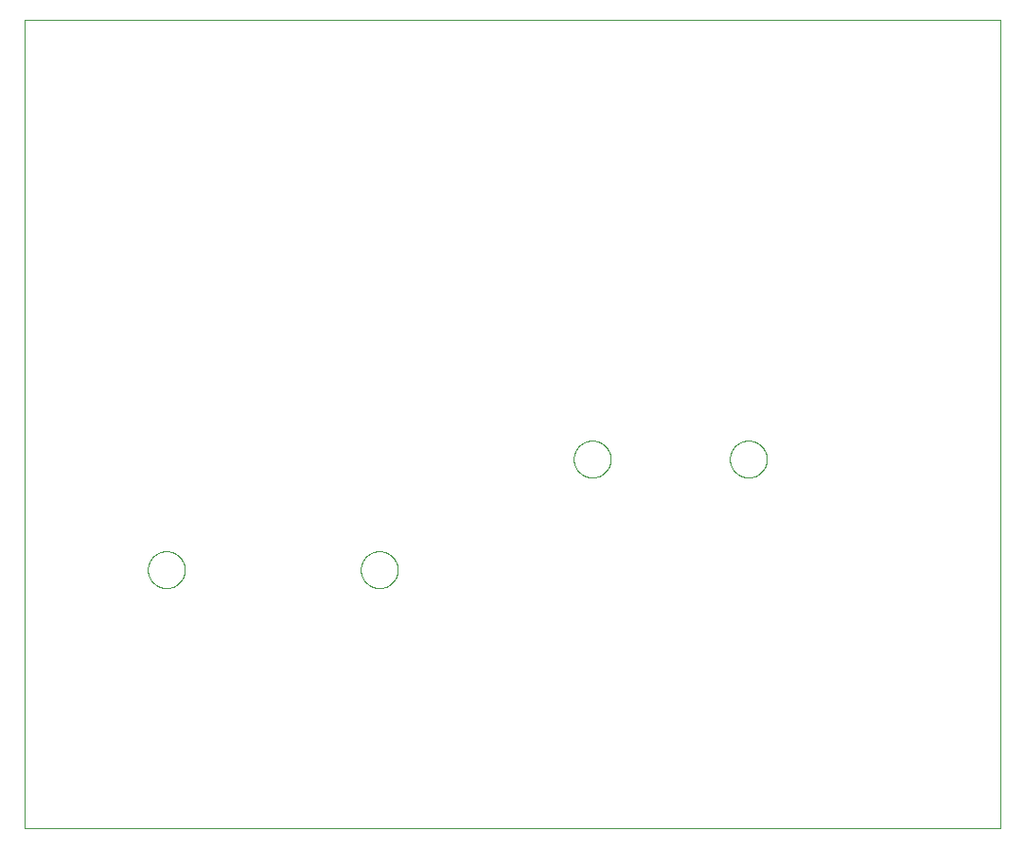
<source format=gbp>
G75*
%MOIN*%
%OFA0B0*%
%FSLAX25Y25*%
%IPPOS*%
%LPD*%
%AMOC8*
5,1,8,0,0,1.08239X$1,22.5*
%
%ADD10C,0.00000*%
D10*
X0011800Y0011800D02*
X0011800Y0296761D01*
X0355501Y0296761D01*
X0355501Y0011800D01*
X0011800Y0011800D01*
X0055300Y0102800D02*
X0055302Y0102961D01*
X0055308Y0103121D01*
X0055318Y0103282D01*
X0055332Y0103442D01*
X0055350Y0103602D01*
X0055371Y0103761D01*
X0055397Y0103920D01*
X0055427Y0104078D01*
X0055460Y0104235D01*
X0055498Y0104392D01*
X0055539Y0104547D01*
X0055584Y0104701D01*
X0055633Y0104854D01*
X0055686Y0105006D01*
X0055742Y0105157D01*
X0055803Y0105306D01*
X0055866Y0105454D01*
X0055934Y0105600D01*
X0056005Y0105744D01*
X0056079Y0105886D01*
X0056157Y0106027D01*
X0056239Y0106165D01*
X0056324Y0106302D01*
X0056412Y0106436D01*
X0056504Y0106568D01*
X0056599Y0106698D01*
X0056697Y0106826D01*
X0056798Y0106951D01*
X0056902Y0107073D01*
X0057009Y0107193D01*
X0057119Y0107310D01*
X0057232Y0107425D01*
X0057348Y0107536D01*
X0057467Y0107645D01*
X0057588Y0107750D01*
X0057712Y0107853D01*
X0057838Y0107953D01*
X0057966Y0108049D01*
X0058097Y0108142D01*
X0058231Y0108232D01*
X0058366Y0108319D01*
X0058504Y0108402D01*
X0058643Y0108482D01*
X0058785Y0108558D01*
X0058928Y0108631D01*
X0059073Y0108700D01*
X0059220Y0108766D01*
X0059368Y0108828D01*
X0059518Y0108886D01*
X0059669Y0108941D01*
X0059822Y0108992D01*
X0059976Y0109039D01*
X0060131Y0109082D01*
X0060287Y0109121D01*
X0060443Y0109157D01*
X0060601Y0109188D01*
X0060759Y0109216D01*
X0060918Y0109240D01*
X0061078Y0109260D01*
X0061238Y0109276D01*
X0061398Y0109288D01*
X0061559Y0109296D01*
X0061720Y0109300D01*
X0061880Y0109300D01*
X0062041Y0109296D01*
X0062202Y0109288D01*
X0062362Y0109276D01*
X0062522Y0109260D01*
X0062682Y0109240D01*
X0062841Y0109216D01*
X0062999Y0109188D01*
X0063157Y0109157D01*
X0063313Y0109121D01*
X0063469Y0109082D01*
X0063624Y0109039D01*
X0063778Y0108992D01*
X0063931Y0108941D01*
X0064082Y0108886D01*
X0064232Y0108828D01*
X0064380Y0108766D01*
X0064527Y0108700D01*
X0064672Y0108631D01*
X0064815Y0108558D01*
X0064957Y0108482D01*
X0065096Y0108402D01*
X0065234Y0108319D01*
X0065369Y0108232D01*
X0065503Y0108142D01*
X0065634Y0108049D01*
X0065762Y0107953D01*
X0065888Y0107853D01*
X0066012Y0107750D01*
X0066133Y0107645D01*
X0066252Y0107536D01*
X0066368Y0107425D01*
X0066481Y0107310D01*
X0066591Y0107193D01*
X0066698Y0107073D01*
X0066802Y0106951D01*
X0066903Y0106826D01*
X0067001Y0106698D01*
X0067096Y0106568D01*
X0067188Y0106436D01*
X0067276Y0106302D01*
X0067361Y0106165D01*
X0067443Y0106027D01*
X0067521Y0105886D01*
X0067595Y0105744D01*
X0067666Y0105600D01*
X0067734Y0105454D01*
X0067797Y0105306D01*
X0067858Y0105157D01*
X0067914Y0105006D01*
X0067967Y0104854D01*
X0068016Y0104701D01*
X0068061Y0104547D01*
X0068102Y0104392D01*
X0068140Y0104235D01*
X0068173Y0104078D01*
X0068203Y0103920D01*
X0068229Y0103761D01*
X0068250Y0103602D01*
X0068268Y0103442D01*
X0068282Y0103282D01*
X0068292Y0103121D01*
X0068298Y0102961D01*
X0068300Y0102800D01*
X0068298Y0102639D01*
X0068292Y0102479D01*
X0068282Y0102318D01*
X0068268Y0102158D01*
X0068250Y0101998D01*
X0068229Y0101839D01*
X0068203Y0101680D01*
X0068173Y0101522D01*
X0068140Y0101365D01*
X0068102Y0101208D01*
X0068061Y0101053D01*
X0068016Y0100899D01*
X0067967Y0100746D01*
X0067914Y0100594D01*
X0067858Y0100443D01*
X0067797Y0100294D01*
X0067734Y0100146D01*
X0067666Y0100000D01*
X0067595Y0099856D01*
X0067521Y0099714D01*
X0067443Y0099573D01*
X0067361Y0099435D01*
X0067276Y0099298D01*
X0067188Y0099164D01*
X0067096Y0099032D01*
X0067001Y0098902D01*
X0066903Y0098774D01*
X0066802Y0098649D01*
X0066698Y0098527D01*
X0066591Y0098407D01*
X0066481Y0098290D01*
X0066368Y0098175D01*
X0066252Y0098064D01*
X0066133Y0097955D01*
X0066012Y0097850D01*
X0065888Y0097747D01*
X0065762Y0097647D01*
X0065634Y0097551D01*
X0065503Y0097458D01*
X0065369Y0097368D01*
X0065234Y0097281D01*
X0065096Y0097198D01*
X0064957Y0097118D01*
X0064815Y0097042D01*
X0064672Y0096969D01*
X0064527Y0096900D01*
X0064380Y0096834D01*
X0064232Y0096772D01*
X0064082Y0096714D01*
X0063931Y0096659D01*
X0063778Y0096608D01*
X0063624Y0096561D01*
X0063469Y0096518D01*
X0063313Y0096479D01*
X0063157Y0096443D01*
X0062999Y0096412D01*
X0062841Y0096384D01*
X0062682Y0096360D01*
X0062522Y0096340D01*
X0062362Y0096324D01*
X0062202Y0096312D01*
X0062041Y0096304D01*
X0061880Y0096300D01*
X0061720Y0096300D01*
X0061559Y0096304D01*
X0061398Y0096312D01*
X0061238Y0096324D01*
X0061078Y0096340D01*
X0060918Y0096360D01*
X0060759Y0096384D01*
X0060601Y0096412D01*
X0060443Y0096443D01*
X0060287Y0096479D01*
X0060131Y0096518D01*
X0059976Y0096561D01*
X0059822Y0096608D01*
X0059669Y0096659D01*
X0059518Y0096714D01*
X0059368Y0096772D01*
X0059220Y0096834D01*
X0059073Y0096900D01*
X0058928Y0096969D01*
X0058785Y0097042D01*
X0058643Y0097118D01*
X0058504Y0097198D01*
X0058366Y0097281D01*
X0058231Y0097368D01*
X0058097Y0097458D01*
X0057966Y0097551D01*
X0057838Y0097647D01*
X0057712Y0097747D01*
X0057588Y0097850D01*
X0057467Y0097955D01*
X0057348Y0098064D01*
X0057232Y0098175D01*
X0057119Y0098290D01*
X0057009Y0098407D01*
X0056902Y0098527D01*
X0056798Y0098649D01*
X0056697Y0098774D01*
X0056599Y0098902D01*
X0056504Y0099032D01*
X0056412Y0099164D01*
X0056324Y0099298D01*
X0056239Y0099435D01*
X0056157Y0099573D01*
X0056079Y0099714D01*
X0056005Y0099856D01*
X0055934Y0100000D01*
X0055866Y0100146D01*
X0055803Y0100294D01*
X0055742Y0100443D01*
X0055686Y0100594D01*
X0055633Y0100746D01*
X0055584Y0100899D01*
X0055539Y0101053D01*
X0055498Y0101208D01*
X0055460Y0101365D01*
X0055427Y0101522D01*
X0055397Y0101680D01*
X0055371Y0101839D01*
X0055350Y0101998D01*
X0055332Y0102158D01*
X0055318Y0102318D01*
X0055308Y0102479D01*
X0055302Y0102639D01*
X0055300Y0102800D01*
X0130300Y0102800D02*
X0130302Y0102961D01*
X0130308Y0103121D01*
X0130318Y0103282D01*
X0130332Y0103442D01*
X0130350Y0103602D01*
X0130371Y0103761D01*
X0130397Y0103920D01*
X0130427Y0104078D01*
X0130460Y0104235D01*
X0130498Y0104392D01*
X0130539Y0104547D01*
X0130584Y0104701D01*
X0130633Y0104854D01*
X0130686Y0105006D01*
X0130742Y0105157D01*
X0130803Y0105306D01*
X0130866Y0105454D01*
X0130934Y0105600D01*
X0131005Y0105744D01*
X0131079Y0105886D01*
X0131157Y0106027D01*
X0131239Y0106165D01*
X0131324Y0106302D01*
X0131412Y0106436D01*
X0131504Y0106568D01*
X0131599Y0106698D01*
X0131697Y0106826D01*
X0131798Y0106951D01*
X0131902Y0107073D01*
X0132009Y0107193D01*
X0132119Y0107310D01*
X0132232Y0107425D01*
X0132348Y0107536D01*
X0132467Y0107645D01*
X0132588Y0107750D01*
X0132712Y0107853D01*
X0132838Y0107953D01*
X0132966Y0108049D01*
X0133097Y0108142D01*
X0133231Y0108232D01*
X0133366Y0108319D01*
X0133504Y0108402D01*
X0133643Y0108482D01*
X0133785Y0108558D01*
X0133928Y0108631D01*
X0134073Y0108700D01*
X0134220Y0108766D01*
X0134368Y0108828D01*
X0134518Y0108886D01*
X0134669Y0108941D01*
X0134822Y0108992D01*
X0134976Y0109039D01*
X0135131Y0109082D01*
X0135287Y0109121D01*
X0135443Y0109157D01*
X0135601Y0109188D01*
X0135759Y0109216D01*
X0135918Y0109240D01*
X0136078Y0109260D01*
X0136238Y0109276D01*
X0136398Y0109288D01*
X0136559Y0109296D01*
X0136720Y0109300D01*
X0136880Y0109300D01*
X0137041Y0109296D01*
X0137202Y0109288D01*
X0137362Y0109276D01*
X0137522Y0109260D01*
X0137682Y0109240D01*
X0137841Y0109216D01*
X0137999Y0109188D01*
X0138157Y0109157D01*
X0138313Y0109121D01*
X0138469Y0109082D01*
X0138624Y0109039D01*
X0138778Y0108992D01*
X0138931Y0108941D01*
X0139082Y0108886D01*
X0139232Y0108828D01*
X0139380Y0108766D01*
X0139527Y0108700D01*
X0139672Y0108631D01*
X0139815Y0108558D01*
X0139957Y0108482D01*
X0140096Y0108402D01*
X0140234Y0108319D01*
X0140369Y0108232D01*
X0140503Y0108142D01*
X0140634Y0108049D01*
X0140762Y0107953D01*
X0140888Y0107853D01*
X0141012Y0107750D01*
X0141133Y0107645D01*
X0141252Y0107536D01*
X0141368Y0107425D01*
X0141481Y0107310D01*
X0141591Y0107193D01*
X0141698Y0107073D01*
X0141802Y0106951D01*
X0141903Y0106826D01*
X0142001Y0106698D01*
X0142096Y0106568D01*
X0142188Y0106436D01*
X0142276Y0106302D01*
X0142361Y0106165D01*
X0142443Y0106027D01*
X0142521Y0105886D01*
X0142595Y0105744D01*
X0142666Y0105600D01*
X0142734Y0105454D01*
X0142797Y0105306D01*
X0142858Y0105157D01*
X0142914Y0105006D01*
X0142967Y0104854D01*
X0143016Y0104701D01*
X0143061Y0104547D01*
X0143102Y0104392D01*
X0143140Y0104235D01*
X0143173Y0104078D01*
X0143203Y0103920D01*
X0143229Y0103761D01*
X0143250Y0103602D01*
X0143268Y0103442D01*
X0143282Y0103282D01*
X0143292Y0103121D01*
X0143298Y0102961D01*
X0143300Y0102800D01*
X0143298Y0102639D01*
X0143292Y0102479D01*
X0143282Y0102318D01*
X0143268Y0102158D01*
X0143250Y0101998D01*
X0143229Y0101839D01*
X0143203Y0101680D01*
X0143173Y0101522D01*
X0143140Y0101365D01*
X0143102Y0101208D01*
X0143061Y0101053D01*
X0143016Y0100899D01*
X0142967Y0100746D01*
X0142914Y0100594D01*
X0142858Y0100443D01*
X0142797Y0100294D01*
X0142734Y0100146D01*
X0142666Y0100000D01*
X0142595Y0099856D01*
X0142521Y0099714D01*
X0142443Y0099573D01*
X0142361Y0099435D01*
X0142276Y0099298D01*
X0142188Y0099164D01*
X0142096Y0099032D01*
X0142001Y0098902D01*
X0141903Y0098774D01*
X0141802Y0098649D01*
X0141698Y0098527D01*
X0141591Y0098407D01*
X0141481Y0098290D01*
X0141368Y0098175D01*
X0141252Y0098064D01*
X0141133Y0097955D01*
X0141012Y0097850D01*
X0140888Y0097747D01*
X0140762Y0097647D01*
X0140634Y0097551D01*
X0140503Y0097458D01*
X0140369Y0097368D01*
X0140234Y0097281D01*
X0140096Y0097198D01*
X0139957Y0097118D01*
X0139815Y0097042D01*
X0139672Y0096969D01*
X0139527Y0096900D01*
X0139380Y0096834D01*
X0139232Y0096772D01*
X0139082Y0096714D01*
X0138931Y0096659D01*
X0138778Y0096608D01*
X0138624Y0096561D01*
X0138469Y0096518D01*
X0138313Y0096479D01*
X0138157Y0096443D01*
X0137999Y0096412D01*
X0137841Y0096384D01*
X0137682Y0096360D01*
X0137522Y0096340D01*
X0137362Y0096324D01*
X0137202Y0096312D01*
X0137041Y0096304D01*
X0136880Y0096300D01*
X0136720Y0096300D01*
X0136559Y0096304D01*
X0136398Y0096312D01*
X0136238Y0096324D01*
X0136078Y0096340D01*
X0135918Y0096360D01*
X0135759Y0096384D01*
X0135601Y0096412D01*
X0135443Y0096443D01*
X0135287Y0096479D01*
X0135131Y0096518D01*
X0134976Y0096561D01*
X0134822Y0096608D01*
X0134669Y0096659D01*
X0134518Y0096714D01*
X0134368Y0096772D01*
X0134220Y0096834D01*
X0134073Y0096900D01*
X0133928Y0096969D01*
X0133785Y0097042D01*
X0133643Y0097118D01*
X0133504Y0097198D01*
X0133366Y0097281D01*
X0133231Y0097368D01*
X0133097Y0097458D01*
X0132966Y0097551D01*
X0132838Y0097647D01*
X0132712Y0097747D01*
X0132588Y0097850D01*
X0132467Y0097955D01*
X0132348Y0098064D01*
X0132232Y0098175D01*
X0132119Y0098290D01*
X0132009Y0098407D01*
X0131902Y0098527D01*
X0131798Y0098649D01*
X0131697Y0098774D01*
X0131599Y0098902D01*
X0131504Y0099032D01*
X0131412Y0099164D01*
X0131324Y0099298D01*
X0131239Y0099435D01*
X0131157Y0099573D01*
X0131079Y0099714D01*
X0131005Y0099856D01*
X0130934Y0100000D01*
X0130866Y0100146D01*
X0130803Y0100294D01*
X0130742Y0100443D01*
X0130686Y0100594D01*
X0130633Y0100746D01*
X0130584Y0100899D01*
X0130539Y0101053D01*
X0130498Y0101208D01*
X0130460Y0101365D01*
X0130427Y0101522D01*
X0130397Y0101680D01*
X0130371Y0101839D01*
X0130350Y0101998D01*
X0130332Y0102158D01*
X0130318Y0102318D01*
X0130308Y0102479D01*
X0130302Y0102639D01*
X0130300Y0102800D01*
X0205300Y0141800D02*
X0205302Y0141961D01*
X0205308Y0142121D01*
X0205318Y0142282D01*
X0205332Y0142442D01*
X0205350Y0142602D01*
X0205371Y0142761D01*
X0205397Y0142920D01*
X0205427Y0143078D01*
X0205460Y0143235D01*
X0205498Y0143392D01*
X0205539Y0143547D01*
X0205584Y0143701D01*
X0205633Y0143854D01*
X0205686Y0144006D01*
X0205742Y0144157D01*
X0205803Y0144306D01*
X0205866Y0144454D01*
X0205934Y0144600D01*
X0206005Y0144744D01*
X0206079Y0144886D01*
X0206157Y0145027D01*
X0206239Y0145165D01*
X0206324Y0145302D01*
X0206412Y0145436D01*
X0206504Y0145568D01*
X0206599Y0145698D01*
X0206697Y0145826D01*
X0206798Y0145951D01*
X0206902Y0146073D01*
X0207009Y0146193D01*
X0207119Y0146310D01*
X0207232Y0146425D01*
X0207348Y0146536D01*
X0207467Y0146645D01*
X0207588Y0146750D01*
X0207712Y0146853D01*
X0207838Y0146953D01*
X0207966Y0147049D01*
X0208097Y0147142D01*
X0208231Y0147232D01*
X0208366Y0147319D01*
X0208504Y0147402D01*
X0208643Y0147482D01*
X0208785Y0147558D01*
X0208928Y0147631D01*
X0209073Y0147700D01*
X0209220Y0147766D01*
X0209368Y0147828D01*
X0209518Y0147886D01*
X0209669Y0147941D01*
X0209822Y0147992D01*
X0209976Y0148039D01*
X0210131Y0148082D01*
X0210287Y0148121D01*
X0210443Y0148157D01*
X0210601Y0148188D01*
X0210759Y0148216D01*
X0210918Y0148240D01*
X0211078Y0148260D01*
X0211238Y0148276D01*
X0211398Y0148288D01*
X0211559Y0148296D01*
X0211720Y0148300D01*
X0211880Y0148300D01*
X0212041Y0148296D01*
X0212202Y0148288D01*
X0212362Y0148276D01*
X0212522Y0148260D01*
X0212682Y0148240D01*
X0212841Y0148216D01*
X0212999Y0148188D01*
X0213157Y0148157D01*
X0213313Y0148121D01*
X0213469Y0148082D01*
X0213624Y0148039D01*
X0213778Y0147992D01*
X0213931Y0147941D01*
X0214082Y0147886D01*
X0214232Y0147828D01*
X0214380Y0147766D01*
X0214527Y0147700D01*
X0214672Y0147631D01*
X0214815Y0147558D01*
X0214957Y0147482D01*
X0215096Y0147402D01*
X0215234Y0147319D01*
X0215369Y0147232D01*
X0215503Y0147142D01*
X0215634Y0147049D01*
X0215762Y0146953D01*
X0215888Y0146853D01*
X0216012Y0146750D01*
X0216133Y0146645D01*
X0216252Y0146536D01*
X0216368Y0146425D01*
X0216481Y0146310D01*
X0216591Y0146193D01*
X0216698Y0146073D01*
X0216802Y0145951D01*
X0216903Y0145826D01*
X0217001Y0145698D01*
X0217096Y0145568D01*
X0217188Y0145436D01*
X0217276Y0145302D01*
X0217361Y0145165D01*
X0217443Y0145027D01*
X0217521Y0144886D01*
X0217595Y0144744D01*
X0217666Y0144600D01*
X0217734Y0144454D01*
X0217797Y0144306D01*
X0217858Y0144157D01*
X0217914Y0144006D01*
X0217967Y0143854D01*
X0218016Y0143701D01*
X0218061Y0143547D01*
X0218102Y0143392D01*
X0218140Y0143235D01*
X0218173Y0143078D01*
X0218203Y0142920D01*
X0218229Y0142761D01*
X0218250Y0142602D01*
X0218268Y0142442D01*
X0218282Y0142282D01*
X0218292Y0142121D01*
X0218298Y0141961D01*
X0218300Y0141800D01*
X0218298Y0141639D01*
X0218292Y0141479D01*
X0218282Y0141318D01*
X0218268Y0141158D01*
X0218250Y0140998D01*
X0218229Y0140839D01*
X0218203Y0140680D01*
X0218173Y0140522D01*
X0218140Y0140365D01*
X0218102Y0140208D01*
X0218061Y0140053D01*
X0218016Y0139899D01*
X0217967Y0139746D01*
X0217914Y0139594D01*
X0217858Y0139443D01*
X0217797Y0139294D01*
X0217734Y0139146D01*
X0217666Y0139000D01*
X0217595Y0138856D01*
X0217521Y0138714D01*
X0217443Y0138573D01*
X0217361Y0138435D01*
X0217276Y0138298D01*
X0217188Y0138164D01*
X0217096Y0138032D01*
X0217001Y0137902D01*
X0216903Y0137774D01*
X0216802Y0137649D01*
X0216698Y0137527D01*
X0216591Y0137407D01*
X0216481Y0137290D01*
X0216368Y0137175D01*
X0216252Y0137064D01*
X0216133Y0136955D01*
X0216012Y0136850D01*
X0215888Y0136747D01*
X0215762Y0136647D01*
X0215634Y0136551D01*
X0215503Y0136458D01*
X0215369Y0136368D01*
X0215234Y0136281D01*
X0215096Y0136198D01*
X0214957Y0136118D01*
X0214815Y0136042D01*
X0214672Y0135969D01*
X0214527Y0135900D01*
X0214380Y0135834D01*
X0214232Y0135772D01*
X0214082Y0135714D01*
X0213931Y0135659D01*
X0213778Y0135608D01*
X0213624Y0135561D01*
X0213469Y0135518D01*
X0213313Y0135479D01*
X0213157Y0135443D01*
X0212999Y0135412D01*
X0212841Y0135384D01*
X0212682Y0135360D01*
X0212522Y0135340D01*
X0212362Y0135324D01*
X0212202Y0135312D01*
X0212041Y0135304D01*
X0211880Y0135300D01*
X0211720Y0135300D01*
X0211559Y0135304D01*
X0211398Y0135312D01*
X0211238Y0135324D01*
X0211078Y0135340D01*
X0210918Y0135360D01*
X0210759Y0135384D01*
X0210601Y0135412D01*
X0210443Y0135443D01*
X0210287Y0135479D01*
X0210131Y0135518D01*
X0209976Y0135561D01*
X0209822Y0135608D01*
X0209669Y0135659D01*
X0209518Y0135714D01*
X0209368Y0135772D01*
X0209220Y0135834D01*
X0209073Y0135900D01*
X0208928Y0135969D01*
X0208785Y0136042D01*
X0208643Y0136118D01*
X0208504Y0136198D01*
X0208366Y0136281D01*
X0208231Y0136368D01*
X0208097Y0136458D01*
X0207966Y0136551D01*
X0207838Y0136647D01*
X0207712Y0136747D01*
X0207588Y0136850D01*
X0207467Y0136955D01*
X0207348Y0137064D01*
X0207232Y0137175D01*
X0207119Y0137290D01*
X0207009Y0137407D01*
X0206902Y0137527D01*
X0206798Y0137649D01*
X0206697Y0137774D01*
X0206599Y0137902D01*
X0206504Y0138032D01*
X0206412Y0138164D01*
X0206324Y0138298D01*
X0206239Y0138435D01*
X0206157Y0138573D01*
X0206079Y0138714D01*
X0206005Y0138856D01*
X0205934Y0139000D01*
X0205866Y0139146D01*
X0205803Y0139294D01*
X0205742Y0139443D01*
X0205686Y0139594D01*
X0205633Y0139746D01*
X0205584Y0139899D01*
X0205539Y0140053D01*
X0205498Y0140208D01*
X0205460Y0140365D01*
X0205427Y0140522D01*
X0205397Y0140680D01*
X0205371Y0140839D01*
X0205350Y0140998D01*
X0205332Y0141158D01*
X0205318Y0141318D01*
X0205308Y0141479D01*
X0205302Y0141639D01*
X0205300Y0141800D01*
X0260300Y0141800D02*
X0260302Y0141961D01*
X0260308Y0142121D01*
X0260318Y0142282D01*
X0260332Y0142442D01*
X0260350Y0142602D01*
X0260371Y0142761D01*
X0260397Y0142920D01*
X0260427Y0143078D01*
X0260460Y0143235D01*
X0260498Y0143392D01*
X0260539Y0143547D01*
X0260584Y0143701D01*
X0260633Y0143854D01*
X0260686Y0144006D01*
X0260742Y0144157D01*
X0260803Y0144306D01*
X0260866Y0144454D01*
X0260934Y0144600D01*
X0261005Y0144744D01*
X0261079Y0144886D01*
X0261157Y0145027D01*
X0261239Y0145165D01*
X0261324Y0145302D01*
X0261412Y0145436D01*
X0261504Y0145568D01*
X0261599Y0145698D01*
X0261697Y0145826D01*
X0261798Y0145951D01*
X0261902Y0146073D01*
X0262009Y0146193D01*
X0262119Y0146310D01*
X0262232Y0146425D01*
X0262348Y0146536D01*
X0262467Y0146645D01*
X0262588Y0146750D01*
X0262712Y0146853D01*
X0262838Y0146953D01*
X0262966Y0147049D01*
X0263097Y0147142D01*
X0263231Y0147232D01*
X0263366Y0147319D01*
X0263504Y0147402D01*
X0263643Y0147482D01*
X0263785Y0147558D01*
X0263928Y0147631D01*
X0264073Y0147700D01*
X0264220Y0147766D01*
X0264368Y0147828D01*
X0264518Y0147886D01*
X0264669Y0147941D01*
X0264822Y0147992D01*
X0264976Y0148039D01*
X0265131Y0148082D01*
X0265287Y0148121D01*
X0265443Y0148157D01*
X0265601Y0148188D01*
X0265759Y0148216D01*
X0265918Y0148240D01*
X0266078Y0148260D01*
X0266238Y0148276D01*
X0266398Y0148288D01*
X0266559Y0148296D01*
X0266720Y0148300D01*
X0266880Y0148300D01*
X0267041Y0148296D01*
X0267202Y0148288D01*
X0267362Y0148276D01*
X0267522Y0148260D01*
X0267682Y0148240D01*
X0267841Y0148216D01*
X0267999Y0148188D01*
X0268157Y0148157D01*
X0268313Y0148121D01*
X0268469Y0148082D01*
X0268624Y0148039D01*
X0268778Y0147992D01*
X0268931Y0147941D01*
X0269082Y0147886D01*
X0269232Y0147828D01*
X0269380Y0147766D01*
X0269527Y0147700D01*
X0269672Y0147631D01*
X0269815Y0147558D01*
X0269957Y0147482D01*
X0270096Y0147402D01*
X0270234Y0147319D01*
X0270369Y0147232D01*
X0270503Y0147142D01*
X0270634Y0147049D01*
X0270762Y0146953D01*
X0270888Y0146853D01*
X0271012Y0146750D01*
X0271133Y0146645D01*
X0271252Y0146536D01*
X0271368Y0146425D01*
X0271481Y0146310D01*
X0271591Y0146193D01*
X0271698Y0146073D01*
X0271802Y0145951D01*
X0271903Y0145826D01*
X0272001Y0145698D01*
X0272096Y0145568D01*
X0272188Y0145436D01*
X0272276Y0145302D01*
X0272361Y0145165D01*
X0272443Y0145027D01*
X0272521Y0144886D01*
X0272595Y0144744D01*
X0272666Y0144600D01*
X0272734Y0144454D01*
X0272797Y0144306D01*
X0272858Y0144157D01*
X0272914Y0144006D01*
X0272967Y0143854D01*
X0273016Y0143701D01*
X0273061Y0143547D01*
X0273102Y0143392D01*
X0273140Y0143235D01*
X0273173Y0143078D01*
X0273203Y0142920D01*
X0273229Y0142761D01*
X0273250Y0142602D01*
X0273268Y0142442D01*
X0273282Y0142282D01*
X0273292Y0142121D01*
X0273298Y0141961D01*
X0273300Y0141800D01*
X0273298Y0141639D01*
X0273292Y0141479D01*
X0273282Y0141318D01*
X0273268Y0141158D01*
X0273250Y0140998D01*
X0273229Y0140839D01*
X0273203Y0140680D01*
X0273173Y0140522D01*
X0273140Y0140365D01*
X0273102Y0140208D01*
X0273061Y0140053D01*
X0273016Y0139899D01*
X0272967Y0139746D01*
X0272914Y0139594D01*
X0272858Y0139443D01*
X0272797Y0139294D01*
X0272734Y0139146D01*
X0272666Y0139000D01*
X0272595Y0138856D01*
X0272521Y0138714D01*
X0272443Y0138573D01*
X0272361Y0138435D01*
X0272276Y0138298D01*
X0272188Y0138164D01*
X0272096Y0138032D01*
X0272001Y0137902D01*
X0271903Y0137774D01*
X0271802Y0137649D01*
X0271698Y0137527D01*
X0271591Y0137407D01*
X0271481Y0137290D01*
X0271368Y0137175D01*
X0271252Y0137064D01*
X0271133Y0136955D01*
X0271012Y0136850D01*
X0270888Y0136747D01*
X0270762Y0136647D01*
X0270634Y0136551D01*
X0270503Y0136458D01*
X0270369Y0136368D01*
X0270234Y0136281D01*
X0270096Y0136198D01*
X0269957Y0136118D01*
X0269815Y0136042D01*
X0269672Y0135969D01*
X0269527Y0135900D01*
X0269380Y0135834D01*
X0269232Y0135772D01*
X0269082Y0135714D01*
X0268931Y0135659D01*
X0268778Y0135608D01*
X0268624Y0135561D01*
X0268469Y0135518D01*
X0268313Y0135479D01*
X0268157Y0135443D01*
X0267999Y0135412D01*
X0267841Y0135384D01*
X0267682Y0135360D01*
X0267522Y0135340D01*
X0267362Y0135324D01*
X0267202Y0135312D01*
X0267041Y0135304D01*
X0266880Y0135300D01*
X0266720Y0135300D01*
X0266559Y0135304D01*
X0266398Y0135312D01*
X0266238Y0135324D01*
X0266078Y0135340D01*
X0265918Y0135360D01*
X0265759Y0135384D01*
X0265601Y0135412D01*
X0265443Y0135443D01*
X0265287Y0135479D01*
X0265131Y0135518D01*
X0264976Y0135561D01*
X0264822Y0135608D01*
X0264669Y0135659D01*
X0264518Y0135714D01*
X0264368Y0135772D01*
X0264220Y0135834D01*
X0264073Y0135900D01*
X0263928Y0135969D01*
X0263785Y0136042D01*
X0263643Y0136118D01*
X0263504Y0136198D01*
X0263366Y0136281D01*
X0263231Y0136368D01*
X0263097Y0136458D01*
X0262966Y0136551D01*
X0262838Y0136647D01*
X0262712Y0136747D01*
X0262588Y0136850D01*
X0262467Y0136955D01*
X0262348Y0137064D01*
X0262232Y0137175D01*
X0262119Y0137290D01*
X0262009Y0137407D01*
X0261902Y0137527D01*
X0261798Y0137649D01*
X0261697Y0137774D01*
X0261599Y0137902D01*
X0261504Y0138032D01*
X0261412Y0138164D01*
X0261324Y0138298D01*
X0261239Y0138435D01*
X0261157Y0138573D01*
X0261079Y0138714D01*
X0261005Y0138856D01*
X0260934Y0139000D01*
X0260866Y0139146D01*
X0260803Y0139294D01*
X0260742Y0139443D01*
X0260686Y0139594D01*
X0260633Y0139746D01*
X0260584Y0139899D01*
X0260539Y0140053D01*
X0260498Y0140208D01*
X0260460Y0140365D01*
X0260427Y0140522D01*
X0260397Y0140680D01*
X0260371Y0140839D01*
X0260350Y0140998D01*
X0260332Y0141158D01*
X0260318Y0141318D01*
X0260308Y0141479D01*
X0260302Y0141639D01*
X0260300Y0141800D01*
M02*

</source>
